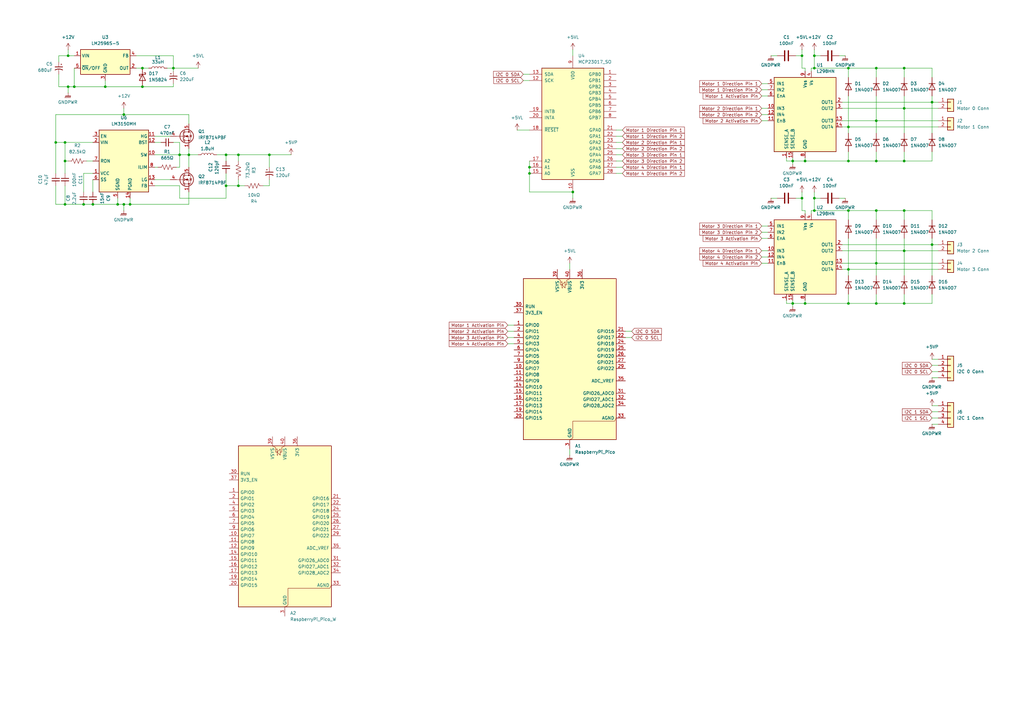
<source format=kicad_sch>
(kicad_sch (version 20250114) (generator "eeschema") (generator_version "9.0")
  (paper "A3")
  (junction (at 27.94 22.86))
  (junction (at 26.67 66.04))
  (junction (at 334.01 86.36))
  (junction (at 234.95 78.74))
  (junction (at 30.48 35.56))
  (junction (at 370.84 44.45))
  (junction (at 50.8 83.82))
  (junction (at 359.41 27.94))
  (junction (at 38.1 83.82))
  (junction (at 48.26 83.82))
  (junction (at 370.84 66.04))
  (junction (at 328.93 81.28))
  (junction (at 217.17 71.12))
  (junction (at 370.84 124.46))
  (junction (at 26.67 58.42))
  (junction (at 71.12 27.94))
  (junction (at 34.29 83.82))
  (junction (at 382.27 100.33))
  (junction (at 325.12 66.04))
  (junction (at 359.41 49.53))
  (junction (at 110.49 63.5))
  (junction (at 53.34 83.82))
  (junction (at 73.66 63.5))
  (junction (at 58.42 27.94))
  (junction (at 347.98 27.94))
  (junction (at 330.2 66.04))
  (junction (at 217.17 68.58))
  (junction (at 334.01 22.86))
  (junction (at 77.47 63.5))
  (junction (at 43.18 35.56))
  (junction (at 97.79 76.2))
  (junction (at 347.98 52.07))
  (junction (at 334.01 81.28))
  (junction (at 50.8 46.99))
  (junction (at 359.41 124.46))
  (junction (at 347.98 110.49))
  (junction (at 359.41 107.95))
  (junction (at 334.01 27.94))
  (junction (at 92.71 63.5))
  (junction (at 347.98 66.04))
  (junction (at 22.86 58.42))
  (junction (at 347.98 86.36))
  (junction (at 347.98 124.46))
  (junction (at 370.84 86.36))
  (junction (at 26.67 83.82))
  (junction (at 359.41 66.04))
  (junction (at 382.27 41.91))
  (junction (at 325.12 124.46))
  (junction (at 370.84 102.87))
  (junction (at 330.2 124.46))
  (junction (at 370.84 27.94))
  (junction (at 97.79 63.5))
  (junction (at 92.71 76.2))
  (junction (at 58.42 35.56))
  (junction (at 27.94 35.56))
  (junction (at 328.93 22.86))
  (junction (at 359.41 86.36))
  (wire (pts (xy 217.17 66.04) (xy 217.17 68.58)))
  (wire (pts (xy 347.98 66.04) (xy 359.41 66.04)))
  (wire (pts (xy 359.41 107.95) (xy 359.41 113.03)))
  (wire (pts (xy 77.47 60.96) (xy 77.47 63.5)))
  (wire (pts (xy 370.84 62.23) (xy 370.84 66.04)))
  (wire (pts (xy 326.39 81.28) (xy 328.93 81.28)))
  (wire (pts (xy 332.74 86.36) (xy 334.01 86.36)))
  (wire (pts (xy 214.63 30.48) (xy 217.17 30.48)))
  (wire (pts (xy 312.42 49.53) (xy 314.96 49.53)))
  (wire (pts (xy 26.67 66.04) (xy 27.94 66.04)))
  (wire (pts (xy 359.41 124.46) (xy 370.84 124.46)))
  (wire (pts (xy 255.27 63.5) (xy 252.73 63.5)))
  (wire (pts (xy 72.39 68.58) (xy 73.66 68.58)))
  (wire (pts (xy 312.42 105.41) (xy 314.96 105.41)))
  (wire (pts (xy 384.81 152.4) (xy 382.27 152.4)))
  (wire (pts (xy 316.23 22.86) (xy 318.77 22.86)))
  (wire (pts (xy 384.81 149.86) (xy 382.27 149.86)))
  (wire (pts (xy 370.84 124.46) (xy 382.27 124.46)))
  (wire (pts (xy 370.84 66.04) (xy 382.27 66.04)))
  (wire (pts (xy 63.5 58.42) (xy 66.04 58.42)))
  (wire (pts (xy 22.86 76.2) (xy 22.86 83.82)))
  (wire (pts (xy 24.13 22.86) (xy 24.13 25.4)))
  (wire (pts (xy 359.41 62.23) (xy 359.41 66.04)))
  (wire (pts (xy 233.68 184.15) (xy 233.68 186.69)))
  (wire (pts (xy 325.12 64.77) (xy 325.12 66.04)))
  (wire (pts (xy 328.93 78.74) (xy 328.93 81.28)))
  (wire (pts (xy 345.44 110.49) (xy 347.98 110.49)))
  (wire (pts (xy 208.28 135.89) (xy 210.82 135.89)))
  (wire (pts (xy 359.41 66.04) (xy 370.84 66.04)))
  (wire (pts (xy 370.84 86.36) (xy 370.84 90.17)))
  (wire (pts (xy 330.2 27.94) (xy 330.2 29.21)))
  (wire (pts (xy 212.09 53.34) (xy 217.17 53.34)))
  (wire (pts (xy 110.49 68.58) (xy 110.49 63.5)))
  (wire (pts (xy 255.27 66.04) (xy 252.73 66.04)))
  (wire (pts (xy 110.49 76.2) (xy 107.95 76.2)))
  (wire (pts (xy 73.66 63.5) (xy 73.66 68.58)))
  (wire (pts (xy 359.41 49.53) (xy 384.81 49.53)))
  (wire (pts (xy 77.47 63.5) (xy 81.28 63.5)))
  (wire (pts (xy 334.01 86.36) (xy 347.98 86.36)))
  (wire (pts (xy 334.01 81.28) (xy 336.55 81.28)))
  (wire (pts (xy 322.58 123.19) (xy 322.58 124.46)))
  (wire (pts (xy 316.23 81.28) (xy 318.77 81.28)))
  (wire (pts (xy 330.2 86.36) (xy 328.93 86.36)))
  (wire (pts (xy 344.17 81.28) (xy 346.71 81.28)))
  (wire (pts (xy 382.27 120.65) (xy 382.27 124.46)))
  (wire (pts (xy 233.68 107.95) (xy 233.68 110.49)))
  (wire (pts (xy 370.84 27.94) (xy 370.84 31.75)))
  (wire (pts (xy 345.44 41.91) (xy 382.27 41.91)))
  (wire (pts (xy 55.88 27.94) (xy 58.42 27.94)))
  (wire (pts (xy 50.8 46.99) (xy 22.86 46.99)))
  (wire (pts (xy 312.42 36.83) (xy 314.96 36.83)))
  (wire (pts (xy 345.44 102.87) (xy 370.84 102.87)))
  (wire (pts (xy 38.1 83.82) (xy 48.26 83.82)))
  (wire (pts (xy 330.2 87.63) (xy 330.2 86.36)))
  (wire (pts (xy 88.9 63.5) (xy 92.71 63.5)))
  (wire (pts (xy 347.98 39.37) (xy 347.98 52.07)))
  (wire (pts (xy 234.95 20.32) (xy 234.95 22.86)))
  (wire (pts (xy 73.66 63.5) (xy 77.47 63.5)))
  (wire (pts (xy 77.47 63.5) (xy 77.47 68.58)))
  (wire (pts (xy 312.42 97.79) (xy 314.96 97.79)))
  (wire (pts (xy 110.49 73.66) (xy 110.49 76.2)))
  (wire (pts (xy 73.66 76.2) (xy 63.5 76.2)))
  (wire (pts (xy 330.2 124.46) (xy 347.98 124.46)))
  (wire (pts (xy 334.01 22.86) (xy 334.01 27.94)))
  (wire (pts (xy 370.84 102.87) (xy 384.81 102.87)))
  (wire (pts (xy 359.41 107.95) (xy 384.81 107.95)))
  (wire (pts (xy 345.44 49.53) (xy 359.41 49.53)))
  (wire (pts (xy 55.88 22.86) (xy 71.12 22.86)))
  (wire (pts (xy 328.93 22.86) (xy 328.93 27.94)))
  (wire (pts (xy 255.27 68.58) (xy 252.73 68.58)))
  (wire (pts (xy 345.44 100.33) (xy 382.27 100.33)))
  (wire (pts (xy 347.98 97.79) (xy 347.98 110.49)))
  (wire (pts (xy 22.86 71.12) (xy 22.86 58.42)))
  (wire (pts (xy 30.48 22.86) (xy 27.94 22.86)))
  (wire (pts (xy 77.47 83.82) (xy 53.34 83.82)))
  (wire (pts (xy 97.79 76.2) (xy 100.33 76.2)))
  (wire (pts (xy 325.12 124.46) (xy 325.12 125.73)))
  (wire (pts (xy 322.58 64.77) (xy 322.58 66.04)))
  (wire (pts (xy 334.01 20.32) (xy 334.01 22.86)))
  (wire (pts (xy 359.41 27.94) (xy 359.41 31.75)))
  (wire (pts (xy 359.41 90.17) (xy 359.41 86.36)))
  (wire (pts (xy 330.2 124.46) (xy 325.12 124.46)))
  (wire (pts (xy 382.27 100.33) (xy 382.27 113.03)))
  (wire (pts (xy 38.1 73.66) (xy 38.1 78.74)))
  (wire (pts (xy 334.01 27.94) (xy 347.98 27.94)))
  (wire (pts (xy 255.27 58.42) (xy 252.73 58.42)))
  (wire (pts (xy 71.12 22.86) (xy 71.12 27.94)))
  (wire (pts (xy 370.84 44.45) (xy 384.81 44.45)))
  (wire (pts (xy 312.42 95.25) (xy 314.96 95.25)))
  (wire (pts (xy 77.47 78.74) (xy 77.47 83.82)))
  (wire (pts (xy 382.27 100.33) (xy 384.81 100.33)))
  (wire (pts (xy 27.94 35.56) (xy 30.48 35.56)))
  (wire (pts (xy 71.12 27.94) (xy 81.28 27.94)))
  (wire (pts (xy 312.42 46.99) (xy 314.96 46.99)))
  (wire (pts (xy 370.84 44.45) (xy 370.84 54.61)))
  (wire (pts (xy 347.98 110.49) (xy 347.98 113.03)))
  (wire (pts (xy 382.27 173.99) (xy 384.81 173.99)))
  (wire (pts (xy 22.86 46.99) (xy 22.86 58.42)))
  (wire (pts (xy 382.27 31.75) (xy 382.27 27.94)))
  (wire (pts (xy 43.18 35.56) (xy 30.48 35.56)))
  (wire (pts (xy 382.27 86.36) (xy 370.84 86.36)))
  (wire (pts (xy 77.47 50.8) (xy 77.47 46.99)))
  (wire (pts (xy 255.27 55.88) (xy 252.73 55.88)))
  (wire (pts (xy 255.27 53.34) (xy 252.73 53.34)))
  (wire (pts (xy 255.27 71.12) (xy 252.73 71.12)))
  (wire (pts (xy 58.42 35.56) (xy 71.12 35.56)))
  (wire (pts (xy 347.98 90.17) (xy 347.98 86.36)))
  (wire (pts (xy 234.95 78.74) (xy 234.95 81.28)))
  (wire (pts (xy 370.84 86.36) (xy 359.41 86.36)))
  (wire (pts (xy 22.86 58.42) (xy 26.67 58.42)))
  (wire (pts (xy 347.98 27.94) (xy 359.41 27.94)))
  (wire (pts (xy 347.98 62.23) (xy 347.98 66.04)))
  (wire (pts (xy 384.81 171.45) (xy 382.27 171.45)))
  (wire (pts (xy 217.17 71.12) (xy 217.17 78.74)))
  (wire (pts (xy 92.71 63.5) (xy 92.71 66.04)))
  (wire (pts (xy 110.49 63.5) (xy 119.38 63.5)))
  (wire (pts (xy 359.41 86.36) (xy 347.98 86.36)))
  (wire (pts (xy 71.12 34.29) (xy 71.12 35.56)))
  (wire (pts (xy 77.47 46.99) (xy 50.8 46.99)))
  (wire (pts (xy 334.01 78.74) (xy 334.01 81.28)))
  (wire (pts (xy 359.41 39.37) (xy 359.41 49.53)))
  (wire (pts (xy 312.42 39.37) (xy 314.96 39.37)))
  (wire (pts (xy 312.42 44.45) (xy 314.96 44.45)))
  (wire (pts (xy 208.28 138.43) (xy 210.82 138.43)))
  (wire (pts (xy 217.17 68.58) (xy 217.17 71.12)))
  (wire (pts (xy 359.41 120.65) (xy 359.41 124.46)))
  (wire (pts (xy 345.44 52.07) (xy 347.98 52.07)))
  (wire (pts (xy 382.27 97.79) (xy 382.27 100.33)))
  (wire (pts (xy 322.58 66.04) (xy 325.12 66.04)))
  (wire (pts (xy 328.93 27.94) (xy 330.2 27.94)))
  (wire (pts (xy 312.42 107.95) (xy 314.96 107.95)))
  (wire (pts (xy 334.01 81.28) (xy 334.01 86.36)))
  (wire (pts (xy 27.94 35.56) (xy 27.94 38.1)))
  (wire (pts (xy 92.71 63.5) (xy 97.79 63.5)))
  (wire (pts (xy 30.48 27.94) (xy 30.48 35.56)))
  (wire (pts (xy 328.93 20.32) (xy 328.93 22.86)))
  (wire (pts (xy 359.41 27.94) (xy 370.84 27.94)))
  (wire (pts (xy 312.42 92.71) (xy 314.96 92.71)))
  (wire (pts (xy 58.42 27.94) (xy 60.96 27.94)))
  (wire (pts (xy 92.71 81.28) (xy 92.71 76.2)))
  (wire (pts (xy 382.27 41.91) (xy 382.27 54.61)))
  (wire (pts (xy 73.66 76.2) (xy 73.66 81.28)))
  (wire (pts (xy 34.29 71.12) (xy 38.1 71.12)))
  (wire (pts (xy 334.01 27.94) (xy 332.74 27.94)))
  (wire (pts (xy 35.56 66.04) (xy 38.1 66.04)))
  (wire (pts (xy 359.41 97.79) (xy 359.41 107.95)))
  (wire (pts (xy 26.67 83.82) (xy 34.29 83.82)))
  (wire (pts (xy 370.84 97.79) (xy 370.84 102.87)))
  (wire (pts (xy 92.71 76.2) (xy 97.79 76.2)))
  (wire (pts (xy 344.17 22.86) (xy 346.71 22.86)))
  (wire (pts (xy 370.84 120.65) (xy 370.84 124.46)))
  (wire (pts (xy 312.42 102.87) (xy 314.96 102.87)))
  (wire (pts (xy 48.26 81.28) (xy 48.26 83.82)))
  (wire (pts (xy 382.27 147.32) (xy 384.81 147.32)))
  (wire (pts (xy 50.8 83.82) (xy 53.34 83.82)))
  (wire (pts (xy 71.12 27.94) (xy 71.12 29.21)))
  (wire (pts (xy 217.17 78.74) (xy 234.95 78.74)))
  (wire (pts (xy 345.44 44.45) (xy 370.84 44.45)))
  (wire (pts (xy 332.74 27.94) (xy 332.74 29.21)))
  (wire (pts (xy 43.18 35.56) (xy 43.18 33.02)))
  (wire (pts (xy 24.13 35.56) (xy 27.94 35.56)))
  (wire (pts (xy 370.84 102.87) (xy 370.84 113.03)))
  (wire (pts (xy 214.63 33.02) (xy 217.17 33.02)))
  (wire (pts (xy 382.27 90.17) (xy 382.27 86.36)))
  (wire (pts (xy 34.29 78.74) (xy 34.29 71.12)))
  (wire (pts (xy 326.39 22.86) (xy 328.93 22.86)))
  (wire (pts (xy 332.74 87.63) (xy 332.74 86.36)))
  (wire (pts (xy 330.2 64.77) (xy 330.2 66.04)))
  (wire (pts (xy 24.13 30.48) (xy 24.13 35.56)))
  (wire (pts (xy 382.27 166.37) (xy 384.81 166.37)))
  (wire (pts (xy 328.93 81.28) (xy 328.93 86.36)))
  (wire (pts (xy 347.98 110.49) (xy 384.81 110.49)))
  (wire (pts (xy 347.98 52.07) (xy 347.98 54.61)))
  (wire (pts (xy 347.98 52.07) (xy 384.81 52.07)))
  (wire (pts (xy 325.12 66.04) (xy 330.2 66.04)))
  (wire (pts (xy 24.13 22.86) (xy 27.94 22.86)))
  (wire (pts (xy 97.79 76.2) (xy 97.79 73.66)))
  (wire (pts (xy 92.71 71.12) (xy 92.71 76.2)))
  (wire (pts (xy 325.12 66.04) (xy 325.12 67.31)))
  (wire (pts (xy 256.54 135.89) (xy 259.08 135.89)))
  (wire (pts (xy 384.81 168.91) (xy 382.27 168.91)))
  (wire (pts (xy 73.66 58.42) (xy 73.66 63.5)))
  (wire (pts (xy 256.54 138.43) (xy 259.08 138.43)))
  (wire (pts (xy 312.42 34.29) (xy 314.96 34.29)))
  (wire (pts (xy 208.28 140.97) (xy 210.82 140.97)))
  (wire (pts (xy 325.12 124.46) (xy 325.12 123.19)))
  (wire (pts (xy 382.27 62.23) (xy 382.27 66.04)))
  (wire (pts (xy 347.98 66.04) (xy 330.2 66.04)))
  (wire (pts (xy 382.27 39.37) (xy 382.27 41.91)))
  (wire (pts (xy 26.67 58.42) (xy 38.1 58.42)))
  (wire (pts (xy 345.44 107.95) (xy 359.41 107.95)))
  (wire (pts (xy 382.27 41.91) (xy 384.81 41.91)))
  (wire (pts (xy 50.8 44.45) (xy 50.8 46.99)))
  (wire (pts (xy 208.28 133.35) (xy 210.82 133.35)))
  (wire (pts (xy 50.8 83.82) (xy 50.8 86.36)))
  (wire (pts (xy 63.5 63.5) (xy 73.66 63.5)))
  (wire (pts (xy 22.86 83.82) (xy 26.67 83.82)))
  (wire (pts (xy 48.26 83.82) (xy 50.8 83.82)))
  (wire (pts (xy 382.27 154.94) (xy 384.81 154.94)))
  (wire (pts (xy 255.27 60.96) (xy 252.73 60.96)))
  (wire (pts (xy 330.2 123.19) (xy 330.2 124.46)))
  (wire (pts (xy 27.94 22.86) (xy 27.94 20.32)))
  (wire (pts (xy 347.98 120.65) (xy 347.98 124.46)))
  (wire (pts (xy 53.34 81.28) (xy 53.34 83.82)))
  (wire (pts (xy 71.12 58.42) (xy 73.66 58.42)))
  (wire (pts (xy 347.98 27.94) (xy 347.98 31.75)))
  (wire (pts (xy 334.01 22.86) (xy 336.55 22.86)))
  (wire (pts (xy 43.18 35.56) (xy 58.42 35.56)))
  (wire (pts (xy 73.66 81.28) (xy 92.71 81.28)))
  (wire (pts (xy 370.84 27.94) (xy 382.27 27.94)))
  (wire (pts (xy 63.5 68.58) (xy 64.77 68.58)))
  (wire (pts (xy 26.67 66.04) (xy 26.67 71.12)))
  (wire (pts (xy 34.29 83.82) (xy 38.1 83.82)))
  (wire (pts (xy 347.98 124.46) (xy 359.41 124.46)))
  (wire (pts (xy 97.79 66.04) (xy 97.79 63.5)))
  (wire (pts (xy 71.12 27.94) (xy 68.58 27.94)))
  (wire (pts (xy 26.67 58.42) (xy 26.67 66.04)))
  (wire (pts (xy 63.5 55.88) (xy 69.85 55.88)))
  (wire (pts (xy 26.67 76.2) (xy 26.67 83.82)))
  (wire (pts (xy 370.84 39.37) (xy 370.84 44.45)))
  (wire (pts (xy 322.58 124.46) (xy 325.12 124.46)))
  (wire (pts (xy 63.5 73.66) (xy 69.85 73.66)))
  (wire (pts (xy 359.41 49.53) (xy 359.41 54.61)))
  (wire (pts (xy 97.79 63.5) (xy 110.49 63.5)))
  (global_label "Motor 4 Activation Pin" (shape input) (at 208.28 140.97 180) (property "Intersheetrefs" "${INTERSHEET_REFS}" (effects (hide yes))))
  (global_label "Motor 3 Activation Pin" (shape input) (at 208.28 138.43 180) (property "Intersheetrefs" "${INTERSHEET_REFS}" (effects (hide yes))))
  (global_label "Motor 1 Direction Pin 2" (shape input) (at 255.27 55.88 0) (property "Intersheetrefs" "${INTERSHEET_REFS}" (effects (hide yes))))
  (global_label "Motor 2 Activation Pin" (shape input) (at 312.42 49.53 180) (property "Intersheetrefs" "${INTERSHEET_REFS}" (effects (hide yes))))
  (global_label "I2C 0 SDA" (shape input) (at 214.63 30.48 180) (property "Intersheetrefs" "${INTERSHEET_REFS}" (effects (hide yes))))
  (global_label "Motor 3 Direction Pin 2" (shape input) (at 255.27 66.04 0) (property "Intersheetrefs" "${INTERSHEET_REFS}" (effects (hide yes))))
  (global_label "I2C 1 SCL" (shape input) (at 382.27 171.45 180) (property "Intersheetrefs" "${INTERSHEET_REFS}" (effects (hide yes))))
  (global_label "Motor 3 Activation Pin" (shape input) (at 312.42 97.79 180) (property "Intersheetrefs" "${INTERSHEET_REFS}" (effects (hide yes))))
  (global_label "Motor 1 Activation Pin" (shape input) (at 312.42 39.37 180) (property "Intersheetrefs" "${INTERSHEET_REFS}" (effects (hide yes))))
  (global_label "I2C 0 SCL" (shape input) (at 259.08 138.43 0) (property "Intersheetrefs" "${INTERSHEET_REFS}" (effects (hide yes))))
  (global_label "Motor 2 Direction Pin 1" (shape input) (at 312.42 44.45 180) (property "Intersheetrefs" "${INTERSHEET_REFS}" (effects (hide yes))))
  (global_label "I2C 1 SDA" (shape input) (at 382.27 168.91 180) (property "Intersheetrefs" "${INTERSHEET_REFS}" (effects (hide yes))))
  (global_label "Motor 3 Direction Pin 2" (shape input) (at 312.42 95.25 180) (property "Intersheetrefs" "${INTERSHEET_REFS}" (effects (hide yes))))
  (global_label "Motor 1 Activation Pin" (shape input) (at 208.28 133.35 180) (property "Intersheetrefs" "${INTERSHEET_REFS}" (effects (hide yes))))
  (global_label "Motor 1 Direction Pin 2" (shape input) (at 312.42 36.83 180) (property "Intersheetrefs" "${INTERSHEET_REFS}" (effects (hide yes))))
  (global_label "Motor 2 Direction Pin 2" (shape input) (at 312.42 46.99 180) (property "Intersheetrefs" "${INTERSHEET_REFS}" (effects (hide yes))))
  (global_label "I2C 0 SCL" (shape input) (at 382.27 152.4 180) (property "Intersheetrefs" "${INTERSHEET_REFS}" (effects (hide yes))))
  (global_label "Motor 4 Direction Pin 2" (shape input) (at 312.42 105.41 180) (property "Intersheetrefs" "${INTERSHEET_REFS}" (effects (hide yes))))
  (global_label "Motor 4 Activation Pin" (shape input) (at 312.42 107.95 180) (property "Intersheetrefs" "${INTERSHEET_REFS}" (effects (hide yes))))
  (global_label "Motor 4 Direction Pin 1" (shape input) (at 312.42 102.87 180) (property "Intersheetrefs" "${INTERSHEET_REFS}" (effects (hide yes))))
  (global_label "I2C 0 SCL" (shape input) (at 214.63 33.02 180) (property "Intersheetrefs" "${INTERSHEET_REFS}" (effects (hide yes))))
  (global_label "I2C 0 SDA" (shape input) (at 259.08 135.89 0) (property "Intersheetrefs" "${INTERSHEET_REFS}" (effects (hide yes))))
  (global_label "Motor 2 Activation Pin" (shape input) (at 208.28 135.89 180) (property "Intersheetrefs" "${INTERSHEET_REFS}" (effects (hide yes))))
  (global_label "Motor 4 Direction Pin 2" (shape input) (at 255.27 71.12 0) (property "Intersheetrefs" "${INTERSHEET_REFS}" (effects (hide yes))))
  (global_label "I2C 0 SDA" (shape input) (at 382.27 149.86 180) (property "Intersheetrefs" "${INTERSHEET_REFS}" (effects (hide yes))))
  (global_label "Motor 1 Direction Pin 1" (shape input) (at 312.42 34.29 180) (property "Intersheetrefs" "${INTERSHEET_REFS}" (effects (hide yes))))
  (global_label "Motor 3 Direction Pin 1" (shape input) (at 255.27 63.5 0) (property "Intersheetrefs" "${INTERSHEET_REFS}" (effects (hide yes))))
  (global_label "Motor 2 Direction Pin 1" (shape input) (at 255.27 58.42 0) (property "Intersheetrefs" "${INTERSHEET_REFS}" (effects (hide yes))))
  (global_label "Motor 2 Direction Pin 2" (shape input) (at 255.27 60.96 0) (property "Intersheetrefs" "${INTERSHEET_REFS}" (effects (hide yes))))
  (global_label "Motor 1 Direction Pin 1" (shape input) (at 255.27 53.34 0) (property "Intersheetrefs" "${INTERSHEET_REFS}" (effects (hide yes))))
  (global_label "Motor 3 Direction Pin 1" (shape input) (at 312.42 92.71 180) (property "Intersheetrefs" "${INTERSHEET_REFS}" (effects (hide yes))))
  (global_label "Motor 4 Direction Pin 1" (shape input) (at 255.27 68.58 0) (property "Intersheetrefs" "${INTERSHEET_REFS}" (effects (hide yes))))
  (symbol (lib_id "power:GNDPWR") (at 27.94 38.1 0) (unit 1)
    (property "Reference" "#PWR014" (effects (hide yes)))
    (property "Value" "GNDPWR" (at 27.813 41.91 0))
    (property "Description" "Power symbol creates a global label with name \"GNDPWR\" , global ground" (effects (hide yes)))
  )
  (symbol (lib_id "Connector_Generic:Conn_01x02") (at 389.89 41.91 0) (unit 1)
    (property "Reference" "J1" (at 392.43 41.9099 0) (effects (justify left)))
    (property "Value" "Motor 0 Conn" (at 392.43 44.4499 0) (effects (justify left)))
    (property "Description" "Generic connector, single row, 01x02, script generated (kicad-library-utils/schlib/autogen/connector/)" (effects (hide yes)))
  )
  (symbol (lib_id "Diode:1N4007") (at 347.98 35.56 270) (unit 1)
    (property "Reference" "D1" (at 350.52 34.2899 90) (effects (justify left)))
    (property "Value" "1N4007" (at 350.52 36.8299 90) (effects (justify left)))
    (property "Footprint" "Diode_THT:D_DO-41_SOD81_P10.16mm_Horizontal" (effects (hide yes)))
    (property "Datasheet" "http://www.vishay.com/docs/88503/1n4001.pdf" (effects (hide yes)))
    (property "Description" "1000V 1A General Purpose Rectifier Diode, DO-41" (effects (hide yes)))
    (property "Sim.Device" "D" (effects (hide yes)))
    (property "Sim.Pins" "1=K 2=A" (effects (hide yes)))
  )
  (symbol (lib_id "Driver_Motor:L298HN") (at 330.2 46.99 0) (unit 1)
    (property "Reference" "U1" (at 334.8833 26.67 0) (effects (justify left)))
    (property "Value" "L298HN" (at 334.8833 29.21 0) (effects (justify left)))
    (property "Footprint" "Package_TO_SOT_THT:TO-220-15_P2.54x2.54mm_StaggerOdd_Lead5.84mm_TabDown" (effects (hide yes)))
    (property "Datasheet" "http://www.st.com/st-web-ui/static/active/en/resource/technical/document/datasheet/CD00000240.pdf" (effects (hide yes)))
    (property "Description" "Dual full bridge motor driver, up to 46V, 4A, Multiwatt15-H" (effects (hide yes)))
  )
  (symbol (lib_id "Diode:1N4007") (at 347.98 116.84 270) (unit 1)
    (property "Reference" "D13" (at 350.52 115.5699 90) (effects (justify left)))
    (property "Value" "1N4007" (at 350.52 118.1099 90) (effects (justify left)))
    (property "Footprint" "Diode_THT:D_DO-41_SOD81_P10.16mm_Horizontal" (effects (hide yes)))
    (property "Datasheet" "http://www.vishay.com/docs/88503/1n4001.pdf" (effects (hide yes)))
    (property "Description" "1000V 1A General Purpose Rectifier Diode, DO-41" (effects (hide yes)))
    (property "Sim.Device" "D" (effects (hide yes)))
    (property "Sim.Pins" "1=K 2=A" (effects (hide yes)))
  )
  (symbol (lib_id "Connector_Generic:Conn_01x04") (at 389.89 168.91 0) (unit 1)
    (property "Reference" "J6" (at 392.43 168.9099 0) (effects (justify left)))
    (property "Value" "I2C 1 Conn" (at 392.43 171.4499 0) (effects (justify left)))
    (property "Description" "Generic connector, single row, 01x04, script generated (kicad-library-utils/schlib/autogen/connector/)" (effects (hide yes)))
  )
  (symbol (lib_id "power:+12V") (at 334.01 20.32 0) (unit 1)
    (property "Reference" "#PWR04" (effects (hide yes)))
    (property "Value" "+12V" (at 334.01 15.24 0))
    (property "Description" "Power symbol creates a global label with name \"+12V\"" (effects (hide yes)))
  )
  (symbol (lib_id "power:+5VP") (at 382.27 147.32 0) (unit 1)
    (property "Reference" "#PWR021" (effects (hide yes)))
    (property "Value" "+5VP" (at 382.27 142.24 0))
    (property "Description" "Power symbol creates a global label with name \"+5VP\"" (effects (hide yes)))
  )
  (symbol (lib_id "power:GNDPWR") (at 346.71 81.28 0) (unit 1)
    (property "Reference" "#PWR010" (effects (hide yes)))
    (property "Value" "GNDPWR" (at 346.583 85.09 0))
    (property "Description" "Power symbol creates a global label with name \"GNDPWR\" , global ground" (effects (hide yes)))
  )
  (symbol (lib_id "Transistor_FET:IRF8721PBF-1") (at 74.93 73.66 0) (unit 1)
    (property "Reference" "Q2" (at 81.28 72.3899 0) (effects (justify left)))
    (property "Value" "IRF8714PBF" (at 81.28 74.9299 0) (effects (justify left)))
    (property "Footprint" "Package_SO:SOIC-8_3.9x4.9mm_P1.27mm" (effects (hide yes)))
    (property "Datasheet" "http://www.irf.com/product-info/datasheets/data/irf8721pbf-1.pdf" (effects (hide yes)))
    (property "Description" "14A Id, 30V Vds, HEXFET N-Channel MOSFET, SO-8" (effects (hide yes)))
  )
  (symbol (lib_id "power:GNDPWR") (at 382.27 173.99 0) (unit 1)
    (property "Reference" "#PWR024" (effects (hide yes)))
    (property "Value" "GNDPWR" (at 382.143 177.8 0))
    (property "Description" "Power symbol creates a global label with name \"GNDPWR\" , global ground" (effects (hide yes)))
  )
  (symbol (lib_id "power:GNDPWR") (at 316.23 22.86 0) (unit 1)
    (property "Reference" "#PWR08" (effects (hide yes)))
    (property "Value" "GNDPWR" (at 316.103 26.67 0))
    (property "Description" "Power symbol creates a global label with name \"GNDPWR\" , global ground" (effects (hide yes)))
  )
  (symbol (lib_id "Regulator_Switching:LM3150MH") (at 50.8 66.04 0) (unit 1)
    (property "Reference" "U6" (at 50.8 48.26 0))
    (property "Value" "LM3150MH" (at 50.8 50.8 0))
    (property "Footprint" "Package_SO:HTSSOP-14-1EP_4.4x5mm_P0.65mm_EP3.4x5mm_Mask3x3.1mm" (effects (hide yes)))
    (property "Datasheet" "http://www.ti.com/lit/ds/symlink/lm3150.pdf" (effects (hide yes)))
    (property "Description" "42V Wide Vin synchronous Buck controller, HTSSOP-14" (effects (hide yes)))
  )
  (symbol (lib_id "Connector_Generic:Conn_01x02") (at 389.89 100.33 0) (unit 1)
    (property "Reference" "J3" (at 392.43 100.3299 0) (effects (justify left)))
    (property "Value" "Motor 2 Conn" (at 392.43 102.8699 0) (effects (justify left)))
    (property "Description" "Generic connector, single row, 01x02, script generated (kicad-library-utils/schlib/autogen/connector/)" (effects (hide yes)))
  )
  (symbol (lib_id "Diode:1N4007") (at 359.41 58.42 270) (unit 1)
    (property "Reference" "D6" (at 361.95 57.1499 90) (effects (justify left)))
    (property "Value" "1N4007" (at 361.95 59.6899 90) (effects (justify left)))
    (property "Footprint" "Diode_THT:D_DO-41_SOD81_P10.16mm_Horizontal" (effects (hide yes)))
    (property "Datasheet" "http://www.vishay.com/docs/88503/1n4001.pdf" (effects (hide yes)))
    (property "Description" "1000V 1A General Purpose Rectifier Diode, DO-41" (effects (hide yes)))
    (property "Sim.Device" "D" (effects (hide yes)))
    (property "Sim.Pins" "1=K 2=A" (effects (hide yes)))
  )
  (symbol (lib_id "Regulator_Switching:LM2596S-5") (at 43.18 25.4 0) (unit 1)
    (property "Reference" "U3" (at 43.18 15.24 0))
    (property "Value" "LM2596S-5" (at 43.18 17.78 0))
    (property "Footprint" "Package_TO_SOT_SMD:TO-263-5_TabPin3" (effects (hide yes)))
    (property "Datasheet" "http://www.ti.com/lit/ds/symlink/lm2596.pdf" (effects (hide yes)))
    (property "Description" "5V 3A Step-Down Voltage Regulator, TO-263" (effects (hide yes)))
  )
  (symbol (lib_id "Diode:1N4007") (at 382.27 116.84 270) (unit 1)
    (property "Reference" "D16" (at 384.81 115.5699 90) (effects (justify left)))
    (property "Value" "1N4007" (at 384.81 118.1099 90) (effects (justify left)))
    (property "Footprint" "Diode_THT:D_DO-41_SOD81_P10.16mm_Horizontal" (effects (hide yes)))
    (property "Datasheet" "http://www.vishay.com/docs/88503/1n4001.pdf" (effects (hide yes)))
    (property "Description" "1000V 1A General Purpose Rectifier Diode, DO-41" (effects (hide yes)))
    (property "Sim.Device" "D" (effects (hide yes)))
    (property "Sim.Pins" "1=K 2=A" (effects (hide yes)))
  )
  (symbol (lib_id "Transistor_FET:IRF8721PBF-1") (at 74.93 55.88 0) (unit 1)
    (property "Reference" "Q1" (at 81.28 54.6099 0) (effects (justify left bottom)))
    (property "Value" "IRF8714PBF" (at 81.28 57.1499 0) (effects (justify left bottom)))
    (property "Footprint" "Package_SO:SOIC-8_3.9x4.9mm_P1.27mm" (effects (hide yes)))
    (property "Datasheet" "http://www.irf.com/product-info/datasheets/data/irf8721pbf-1.pdf" (effects (hide yes)))
    (property "Description" "14A Id, 30V Vds, HEXFET N-Channel MOSFET, SO-8" (effects (hide yes)))
  )
  (symbol (lib_id "Device:C_Polarized_Small_US") (at 24.13 27.94 0) (mirror y) (unit 1)
    (property "Reference" "C5" (at 21.59 26.2381 0) (effects (justify left)))
    (property "Value" "680uF" (at 21.59 28.7781 0) (effects (justify left)))
    (property "Description" "Polarized capacitor, small US symbol" (effects (hide yes)))
  )
  (symbol (lib_id "power:GNDPWR") (at 234.95 81.28 0) (unit 1)
    (property "Reference" "#PWR017" (effects (hide yes)))
    (property "Value" "GNDPWR" (at 234.823 85.09 0))
    (property "Description" "Power symbol creates a global label with name \"GNDPWR\" , global ground" (effects (hide yes)))
  )
  (symbol (lib_id "power:+5VP") (at 81.28 27.94 0) (unit 1)
    (property "Reference" "#PWR011" (effects (hide yes)))
    (property "Value" "+5VL" (at 81.28 22.86 0))
    (property "Description" "Power symbol creates a global label with name \"+5VP\"" (effects (hide yes)))
  )
  (symbol (lib_id "Diode:1N5822") (at 58.42 31.75 270) (unit 1)
    (property "Reference" "D17" (at 60.96 30.1624 90) (effects (justify left)))
    (property "Value" "1N5824" (at 60.96 32.7024 90) (effects (justify left)))
    (property "Footprint" "Diode_THT:D_DO-201AD_P15.24mm_Horizontal" (effects (hide yes)))
    (property "Datasheet" "http://www.vishay.com/docs/88526/1n5820.pdf" (effects (hide yes)))
    (property "Description" "40V 3A Schottky Barrier Rectifier Diode, DO-201AD" (effects (hide yes)))
  )
  (symbol (lib_id "Device:C_Small") (at 38.1 81.28 0) (unit 1)
    (property "Reference" "C9" (at 44.45 81.2863 90))
    (property "Value" "15nF" (at 41.91 81.2863 90))
    (property "Description" "Unpolarized capacitor, small symbol" (effects (hide yes)))
  )
  (symbol (lib_id "Connector_Generic:Conn_01x04") (at 389.89 149.86 0) (unit 1)
    (property "Reference" "J5" (at 392.43 149.8599 0) (effects (justify left)))
    (property "Value" "I2C 0 Conn" (at 392.43 152.3999 0) (effects (justify left)))
    (property "Description" "Generic connector, single row, 01x04, script generated (kicad-library-utils/schlib/autogen/connector/)" (effects (hide yes)))
  )
  (symbol (lib_id "Device:R_US") (at 104.14 76.2 90) (mirror x) (unit 1)
    (property "Reference" "R4" (at 104.14 82.55 90))
    (property "Value" "10kΩ" (at 104.14 80.01 90))
    (property "Description" "Resistor, US symbol" (effects (hide yes)))
  )
  (symbol (lib_id "Device:L") (at 85.09 63.5 90) (unit 1)
    (property "Reference" "L2" (at 85.09 58.42 90))
    (property "Value" "1.8uH" (at 85.09 60.96 90))
    (property "Description" "Inductor" (effects (hide yes)))
  )
  (symbol (lib_id "power:GNDPWR") (at 233.68 186.69 0) (unit 1)
    (property "Reference" "#PWR012" (effects (hide yes)))
    (property "Value" "GNDPWR" (at 233.553 190.5 0))
    (property "Description" "Power symbol creates a global label with name \"GNDPWR\" , global ground" (effects (hide yes)))
  )
  (symbol (lib_id "Diode:1N4007") (at 347.98 93.98 270) (unit 1)
    (property "Reference" "D9" (at 350.52 92.7099 90) (effects (justify left)))
    (property "Value" "1N4007" (at 350.52 95.2499 90) (effects (justify left)))
    (property "Footprint" "Diode_THT:D_DO-41_SOD81_P10.16mm_Horizontal" (effects (hide yes)))
    (property "Datasheet" "http://www.vishay.com/docs/88503/1n4001.pdf" (effects (hide yes)))
    (property "Description" "1000V 1A General Purpose Rectifier Diode, DO-41" (effects (hide yes)))
    (property "Sim.Device" "D" (effects (hide yes)))
    (property "Sim.Pins" "1=K 2=A" (effects (hide yes)))
  )
  (symbol (lib_id "Diode:1N4007") (at 347.98 58.42 270) (unit 1)
    (property "Reference" "D5" (at 350.52 57.1499 90) (effects (justify left)))
    (property "Value" "1N4007" (at 350.52 59.6899 90) (effects (justify left)))
    (property "Footprint" "Diode_THT:D_DO-41_SOD81_P10.16mm_Horizontal" (effects (hide yes)))
    (property "Datasheet" "http://www.vishay.com/docs/88503/1n4001.pdf" (effects (hide yes)))
    (property "Description" "1000V 1A General Purpose Rectifier Diode, DO-41" (effects (hide yes)))
    (property "Sim.Device" "D" (effects (hide yes)))
    (property "Sim.Pins" "1=K 2=A" (effects (hide yes)))
  )
  (symbol (lib_id "Diode:1N4007") (at 359.41 93.98 270) (unit 1)
    (property "Reference" "D10" (at 361.95 92.7099 90) (effects (justify left)))
    (property "Value" "1N4007" (at 361.95 95.2499 90) (effects (justify left)))
    (property "Footprint" "Diode_THT:D_DO-41_SOD81_P10.16mm_Horizontal" (effects (hide yes)))
    (property "Datasheet" "http://www.vishay.com/docs/88503/1n4001.pdf" (effects (hide yes)))
    (property "Description" "1000V 1A General Purpose Rectifier Diode, DO-41" (effects (hide yes)))
    (property "Sim.Device" "D" (effects (hide yes)))
    (property "Sim.Pins" "1=K 2=A" (effects (hide yes)))
  )
  (symbol (lib_id "Diode:1N4007") (at 359.41 35.56 270) (unit 1)
    (property "Reference" "D2" (at 361.95 34.2899 90) (effects (justify left)))
    (property "Value" "1N4007" (at 361.95 36.8299 90) (effects (justify left)))
    (property "Footprint" "Diode_THT:D_DO-41_SOD81_P10.16mm_Horizontal" (effects (hide yes)))
    (property "Datasheet" "http://www.vishay.com/docs/88503/1n4001.pdf" (effects (hide yes)))
    (property "Description" "1000V 1A General Purpose Rectifier Diode, DO-41" (effects (hide yes)))
    (property "Sim.Device" "D" (effects (hide yes)))
    (property "Sim.Pins" "1=K 2=A" (effects (hide yes)))
  )
  (symbol (lib_id "Diode:1N4007") (at 359.41 116.84 270) (unit 1)
    (property "Reference" "D14" (at 361.95 115.5699 90) (effects (justify left)))
    (property "Value" "1N4007" (at 361.95 118.1099 90) (effects (justify left)))
    (property "Footprint" "Diode_THT:D_DO-41_SOD81_P10.16mm_Horizontal" (effects (hide yes)))
    (property "Datasheet" "http://www.vishay.com/docs/88503/1n4001.pdf" (effects (hide yes)))
    (property "Description" "1000V 1A General Purpose Rectifier Diode, DO-41" (effects (hide yes)))
    (property "Sim.Device" "D" (effects (hide yes)))
    (property "Sim.Pins" "1=K 2=A" (effects (hide yes)))
  )
  (symbol (lib_id "Interface_Expansion:MCP23017_SO") (at 234.95 50.8 0) (unit 1)
    (property "Reference" "U4" (at 237.0933 22.86 0) (effects (justify left)))
    (property "Value" "MCP23017_SO" (at 237.0933 25.4 0) (effects (justify left)))
    (property "Footprint" "Package_SO:SOIC-28W_7.5x17.9mm_P1.27mm" (effects (hide yes)))
    (property "Datasheet" "https://ww1.microchip.com/downloads/aemDocuments/documents/APID/ProductDocuments/DataSheets/MCP23017-Data-Sheet-DS20001952.pdf" (effects (hide yes)))
    (property "Description" "16-bit I/O expander, I2C, interrupts, w pull-ups, GPA/B7 output only (https://microchip.my.site.com/s/article/GPA7---GPB7-Cannot-Be-Used-as-Inputs-In-MCP23017),  SOIC-28" (effects (hide yes)))
  )
  (symbol (lib_id "Diode:1N4007") (at 370.84 116.84 270) (unit 1)
    (property "Reference" "D15" (at 373.38 115.5699 90) (effects (justify left)))
    (property "Value" "1N4007" (at 373.38 118.1099 90) (effects (justify left)))
    (property "Footprint" "Diode_THT:D_DO-41_SOD81_P10.16mm_Horizontal" (effects (hide yes)))
    (property "Datasheet" "http://www.vishay.com/docs/88503/1n4001.pdf" (effects (hide yes)))
    (property "Description" "1000V 1A General Purpose Rectifier Diode, DO-41" (effects (hide yes)))
    (property "Sim.Device" "D" (effects (hide yes)))
    (property "Sim.Pins" "1=K 2=A" (effects (hide yes)))
  )
  (symbol (lib_id "Device:R_US") (at 31.75 66.04 90) (unit 1)
    (property "Reference" "R2" (at 31.75 59.69 90))
    (property "Value" "82.5kΩ" (at 31.75 62.23 90))
    (property "Description" "Resistor, US symbol" (effects (hide yes)))
  )
  (symbol (lib_id "Device:C_Small") (at 34.29 81.28 0) (mirror y) (unit 1)
    (property "Reference" "C8" (at 27.94 81.2863 90))
    (property "Value" "2.2uF" (at 30.48 81.2863 90))
    (property "Description" "Unpolarized capacitor, small symbol" (effects (hide yes)))
  )
  (symbol (lib_id "power:GNDPWR") (at 325.12 67.31 0) (unit 1)
    (property "Reference" "#PWR02" (effects (hide yes)))
    (property "Value" "GNDPWR" (at 324.993 71.12 0))
    (property "Description" "Power symbol creates a global label with name \"GNDPWR\" , global ground" (effects (hide yes)))
  )
  (symbol (lib_id "power:+12V") (at 27.94 20.32 0) (unit 1)
    (property "Reference" "#PWR013" (effects (hide yes)))
    (property "Value" "+12V" (at 27.94 15.24 0))
    (property "Description" "Power symbol creates a global label with name \"+12V\"" (effects (hide yes)))
  )
  (symbol (lib_id "power:+5VL") (at 328.93 20.32 0) (unit 1)
    (property "Reference" "#PWR015" (effects (hide yes)))
    (property "Value" "+5VL" (at 328.93 15.24 0))
    (property "Description" "Power symbol creates a global label with name \"+5VL\"" (effects (hide yes)))
  )
  (symbol (lib_id "power:GNDPWR") (at 346.71 22.86 0) (unit 1)
    (property "Reference" "#PWR07" (effects (hide yes)))
    (property "Value" "GNDPWR" (at 346.583 26.67 0))
    (property "Description" "Power symbol creates a global label with name \"GNDPWR\" , global ground" (effects (hide yes)))
  )
  (symbol (lib_id "power:+5VP") (at 382.27 166.37 0) (unit 1)
    (property "Reference" "#PWR023" (effects (hide yes)))
    (property "Value" "+5VP" (at 382.27 161.29 0))
    (property "Description" "Power symbol creates a global label with name \"+5VP\"" (effects (hide yes)))
  )
  (symbol (lib_id "Driver_Motor:L298HN") (at 330.2 105.41 0) (unit 1)
    (property "Reference" "U2" (at 334.8833 85.09 0) (effects (justify left)))
    (property "Value" "L298HN" (at 334.8833 87.63 0) (effects (justify left)))
    (property "Footprint" "Package_TO_SOT_THT:TO-220-15_P2.54x2.54mm_StaggerOdd_Lead5.84mm_TabDown" (effects (hide yes)))
    (property "Datasheet" "http://www.st.com/st-web-ui/static/active/en/resource/technical/document/datasheet/CD00000240.pdf" (effects (hide yes)))
    (property "Description" "Dual full bridge motor driver, up to 46V, 4A, Multiwatt15-H" (effects (hide yes)))
  )
  (symbol (lib_id "Device:C_Polarized_Small_US") (at 110.49 71.12 0) (unit 1)
    (property "Reference" "C13" (at 113.03 69.4181 0) (effects (justify left)))
    (property "Value" "120uF" (at 113.03 71.9581 0) (effects (justify left)))
    (property "Description" "Polarized capacitor, small US symbol" (effects (hide yes)))
  )
  (symbol (lib_id "Connector_Generic:Conn_01x02") (at 389.89 49.53 0) (unit 1)
    (property "Reference" "J2" (at 392.43 49.5299 0) (effects (justify left)))
    (property "Value" "Motor 1 Conn" (at 392.43 52.0699 0) (effects (justify left)))
    (property "Description" "Generic connector, single row, 01x02, script generated (kicad-library-utils/schlib/autogen/connector/)" (effects (hide yes)))
  )
  (symbol (lib_id "Device:R_US") (at 97.79 69.85 0) (mirror x) (unit 1)
    (property "Reference" "R3" (at 104.14 69.85 90))
    (property "Value" "73.2kΩ" (at 101.6 69.85 90))
    (property "Description" "Resistor, US symbol" (effects (hide yes)))
  )
  (symbol (lib_id "Device:C_Small") (at 92.71 68.58 0) (mirror y) (unit 1)
    (property "Reference" "C12" (at 86.36 68.5863 90))
    (property "Value" "120pF" (at 88.9 68.5863 90))
    (property "Description" "Unpolarized capacitor, small symbol" (effects (hide yes)))
  )
  (symbol (lib_id "Diode:1N4007") (at 382.27 93.98 270) (unit 1)
    (property "Reference" "D12" (at 384.81 92.7099 90) (effects (justify left)))
    (property "Value" "1N4007" (at 384.81 95.2499 90) (effects (justify left)))
    (property "Footprint" "Diode_THT:D_DO-41_SOD81_P10.16mm_Horizontal" (effects (hide yes)))
    (property "Datasheet" "http://www.vishay.com/docs/88503/1n4001.pdf" (effects (hide yes)))
    (property "Description" "1000V 1A General Purpose Rectifier Diode, DO-41" (effects (hide yes)))
    (property "Sim.Device" "D" (effects (hide yes)))
    (property "Sim.Pins" "1=K 2=A" (effects (hide yes)))
  )
  (symbol (lib_id "Diode:1N4007") (at 370.84 93.98 270) (unit 1)
    (property "Reference" "D11" (at 373.38 92.7099 90) (effects (justify left)))
    (property "Value" "1N4007" (at 373.38 95.2499 90) (effects (justify left)))
    (property "Footprint" "Diode_THT:D_DO-41_SOD81_P10.16mm_Horizontal" (effects (hide yes)))
    (property "Datasheet" "http://www.vishay.com/docs/88503/1n4001.pdf" (effects (hide yes)))
    (property "Description" "1000V 1A General Purpose Rectifier Diode, DO-41" (effects (hide yes)))
    (property "Sim.Device" "D" (effects (hide yes)))
    (property "Sim.Pins" "1=K 2=A" (effects (hide yes)))
  )
  (symbol (lib_id "power:GNDPWR") (at 316.23 81.28 0) (unit 1)
    (property "Reference" "#PWR09" (effects (hide yes)))
    (property "Value" "GNDPWR" (at 316.103 85.09 0))
    (property "Description" "Power symbol creates a global label with name \"GNDPWR\" , global ground" (effects (hide yes)))
  )
  (symbol (lib_id "power:+5VL") (at 328.93 78.74 0) (unit 1)
    (property "Reference" "#PWR03" (effects (hide yes)))
    (property "Value" "+5VL" (at 328.93 73.66 0))
    (property "Description" "Power symbol creates a global label with name \"+5VL\"" (effects (hide yes)))
  )
  (symbol (lib_id "power:+5VL") (at 212.09 53.34 0) (unit 1)
    (property "Reference" "#PWR025" (effects (hide yes)))
    (property "Value" "+5VL" (at 212.09 48.26 0))
    (property "Description" "Power symbol creates a global label with name \"+5VL\"" (effects (hide yes)))
  )
  (symbol (lib_id "Device:C") (at 340.36 22.86 270) (unit 1)
    (property "Reference" "C2" (at 340.36 15.24 90))
    (property "Value" "100nF" (at 340.36 17.78 90))
    (property "Description" "Unpolarized capacitor" (effects (hide yes)))
  )
  (symbol (lib_id "Device:C_Small") (at 22.86 73.66 0) (mirror y) (unit 1)
    (property "Reference" "C10" (at 16.51 73.6663 90))
    (property "Value" "47uF" (at 19.05 73.6663 90))
    (property "Description" "Unpolarized capacitor, small symbol" (effects (hide yes)))
  )
  (symbol (lib_id "Connector_Generic:Conn_01x02") (at 389.89 107.95 0) (unit 1)
    (property "Reference" "J4" (at 392.43 107.9499 0) (effects (justify left)))
    (property "Value" "Motor 3 Conn" (at 392.43 110.4899 0) (effects (justify left)))
    (property "Description" "Generic connector, single row, 01x02, script generated (kicad-library-utils/schlib/autogen/connector/)" (effects (hide yes)))
  )
  (symbol (lib_id "power:+12V") (at 334.01 78.74 0) (unit 1)
    (property "Reference" "#PWR06" (effects (hide yes)))
    (property "Value" "+12V" (at 334.01 73.66 0))
    (property "Description" "Power symbol creates a global label with name \"+12V\"" (effects (hide yes)))
  )
  (symbol (lib_id "Device:C") (at 322.58 22.86 270) (unit 1)
    (property "Reference" "C1" (at 322.58 15.24 90))
    (property "Value" "100nF" (at 322.58 17.78 90))
    (property "Description" "Unpolarized capacitor" (effects (hide yes)))
  )
  (symbol (lib_id "Diode:1N4007") (at 370.84 35.56 270) (unit 1)
    (property "Reference" "D3" (at 373.38 34.2899 90) (effects (justify left)))
    (property "Value" "1N4007" (at 373.38 36.8299 90) (effects (justify left)))
    (property "Footprint" "Diode_THT:D_DO-41_SOD81_P10.16mm_Horizontal" (effects (hide yes)))
    (property "Datasheet" "http://www.vishay.com/docs/88503/1n4001.pdf" (effects (hide yes)))
    (property "Description" "1000V 1A General Purpose Rectifier Diode, DO-41" (effects (hide yes)))
    (property "Sim.Device" "D" (effects (hide yes)))
    (property "Sim.Pins" "1=K 2=A" (effects (hide yes)))
  )
  (symbol (lib_id "Diode:1N4007") (at 370.84 58.42 270) (unit 1)
    (property "Reference" "D7" (at 373.38 57.1499 90) (effects (justify left)))
    (property "Value" "1N4007" (at 373.38 59.6899 90) (effects (justify left)))
    (property "Footprint" "Diode_THT:D_DO-41_SOD81_P10.16mm_Horizontal" (effects (hide yes)))
    (property "Datasheet" "http://www.vishay.com/docs/88503/1n4001.pdf" (effects (hide yes)))
    (property "Description" "1000V 1A General Purpose Rectifier Diode, DO-41" (effects (hide yes)))
    (property "Sim.Device" "D" (effects (hide yes)))
    (property "Sim.Pins" "1=K 2=A" (effects (hide yes)))
  )
  (symbol (lib_id "Device:C_Small") (at 26.67 73.66 0) (unit 1)
    (property "Reference" "C11" (at 33.02 73.6663 90))
    (property "Value" "100nF" (at 30.48 73.6663 90))
    (property "Description" "Unpolarized capacitor, small symbol" (effects (hide yes)))
  )
  (symbol (lib_id "MCU_Module:RaspberryPi_Pico_W") (at 116.84 217.17 0) (unit 1)
    (property "Reference" "A2" (at 118.9833 251.46 0) (effects (justify left)))
    (property "Value" "RaspberryPi_Pico_W" (at 118.9833 254 0) (effects (justify left)))
    (property "Footprint" "Module:RaspberryPi_Pico_W_SMD_HandSolder" (effects (hide yes)))
    (property "Datasheet" "https://datasheets.raspberrypi.com/picow/pico-w-datasheet.pdf" (effects (hide yes)))
    (property "Description" "Versatile and inexpensive wireless microcontroller module powered by RP2040 dual-core Arm Cortex-M0+ processor up to 133 MHz, 264kB SRAM, 2MB QSPI flash, Infineon CYW43439 2.4GHz 802.11n wireless LAN; also supports Raspberry Pi Pico 2 W" (effects (hide yes)))
  )
  (symbol (lib_id "power:+12V") (at 50.8 44.45 0) (unit 1)
    (property "Reference" "#PWR019" (effects (hide yes)))
    (property "Value" "+12V" (at 50.8 39.37 0))
    (property "Description" "Power symbol creates a global label with name \"+12V\"" (effects (hide yes)))
  )
  (symbol (lib_id "Device:L") (at 64.77 27.94 90) (unit 1)
    (property "Reference" "L1" (at 64.77 22.86 90) (effects (justify bottom)))
    (property "Value" "33uH" (at 64.77 25.4 90))
    (property "Description" "Inductor" (effects (hide yes)))
  )
  (symbol (lib_id "Diode:1N4007") (at 382.27 58.42 270) (unit 1)
    (property "Reference" "D8" (at 384.81 57.1499 90) (effects (justify left)))
    (property "Value" "1N4007" (at 384.81 59.6899 90) (effects (justify left)))
    (property "Footprint" "Diode_THT:D_DO-41_SOD81_P10.16mm_Horizontal" (effects (hide yes)))
    (property "Datasheet" "http://www.vishay.com/docs/88503/1n4001.pdf" (effects (hide yes)))
    (property "Description" "1000V 1A General Purpose Rectifier Diode, DO-41" (effects (hide yes)))
    (property "Sim.Device" "D" (effects (hide yes)))
    (property "Sim.Pins" "1=K 2=A" (effects (hide yes)))
  )
  (symbol (lib_id "power:+5VL") (at 234.95 20.32 0) (unit 1)
    (property "Reference" "#PWR016" (effects (hide yes)))
    (property "Value" "+5VL" (at 234.95 15.24 0))
    (property "Description" "Power symbol creates a global label with name \"+5VL\"" (effects (hide yes)))
  )
  (symbol (lib_id "power:+5VL") (at 233.68 107.95 0) (unit 1)
    (property "Reference" "#PWR05" (effects (hide yes)))
    (property "Value" "+5VL" (at 233.68 102.87 0))
    (property "Description" "Power symbol creates a global label with name \"+5VL\"" (effects (hide yes)))
  )
  (symbol (lib_id "Device:C") (at 340.36 81.28 90) (unit 1)
    (property "Reference" "C4" (at 340.36 73.66 90))
    (property "Value" "100nF" (at 340.36 76.2 90))
    (property "Description" "Unpolarized capacitor" (effects (hide yes)))
  )
  (symbol (lib_id "Device:C_Small") (at 68.58 58.42 90) (unit 1)
    (property "Reference" "C7" (at 68.5863 52.07 90))
    (property "Value" "470nF" (at 68.5863 54.61 90))
    (property "Description" "Unpolarized capacitor, small symbol" (effects (hide yes)))
  )
  (symbol (lib_id "Device:C") (at 322.58 81.28 90) (unit 1)
    (property "Reference" "C3" (at 322.58 73.66 90))
    (property "Value" "100nF" (at 322.58 76.2 90))
    (property "Description" "Unpolarized capacitor" (effects (hide yes)))
  )
  (symbol (lib_id "power:GNDPWR") (at 382.27 154.94 0) (unit 1)
    (property "Reference" "#PWR022" (effects (hide yes)))
    (property "Value" "GNDPWR" (at 382.143 158.75 0))
    (property "Description" "Power symbol creates a global label with name \"GNDPWR\" , global ground" (effects (hide yes)))
  )
  (symbol (lib_id "Device:C_Polarized_Small_US") (at 71.12 31.75 0) (unit 1)
    (property "Reference" "C6" (at 73.66 30.0481 0) (effects (justify left)))
    (property "Value" "220uF" (at 73.66 32.5881 0) (effects (justify left)))
    (property "Description" "Polarized capacitor, small US symbol" (effects (hide yes)))
  )
  (symbol (lib_id "Device:R_US") (at 68.58 68.58 90) (unit 1)
    (property "Reference" "R1" (at 68.58 62.23 90))
    (property "Value" "665Ω" (at 68.58 64.77 90))
    (property "Description" "Resistor, US symbol" (effects (hide yes)))
  )
  (symbol (lib_id "MCU_Module:RaspberryPi_Pico") (at 233.68 148.59 0) (unit 1)
    (property "Reference" "A1" (at 235.8233 182.88 0) (effects (justify left)))
    (property "Value" "RaspberryPi_Pico" (at 235.8233 185.42 0) (effects (justify left)))
    (property "Footprint" "Module:RaspberryPi_Pico_Common_Unspecified" (effects (hide yes)))
    (property "Datasheet" "https://datasheets.raspberrypi.com/pico/pico-datasheet.pdf" (effects (hide yes)))
    (property "Description" "Versatile and inexpensive microcontroller module powered by RP2040 dual-core Arm Cortex-M0+ processor up to 133 MHz, 264kB SRAM, 2MB QSPI flash; also supports Raspberry Pi Pico 2" (effects (hide yes)))
  )
  (symbol (lib_id "power:+5VP") (at 119.38 63.5 0) (unit 1)
    (property "Reference" "#PWR020" (effects (hide yes)))
    (property "Value" "+5VP" (at 119.38 58.42 0))
    (property "Description" "Power symbol creates a global label with name \"+5VP\"" (effects (hide yes)))
  )
  (symbol (lib_id "Diode:1N4007") (at 382.27 35.56 270) (unit 1)
    (property "Reference" "D4" (at 384.81 34.2899 90) (effects (justify left)))
    (property "Value" "1N4007" (at 384.81 36.8299 90) (effects (justify left)))
    (property "Footprint" "Diode_THT:D_DO-41_SOD81_P10.16mm_Horizontal" (effects (hide yes)))
    (property "Datasheet" "http://www.vishay.com/docs/88503/1n4001.pdf" (effects (hide yes)))
    (property "Description" "1000V 1A General Purpose Rectifier Diode, DO-41" (effects (hide yes)))
    (property "Sim.Device" "D" (effects (hide yes)))
    (property "Sim.Pins" "1=K 2=A" (effects (hide yes)))
  )
  (symbol (lib_id "power:GNDPWR") (at 50.8 86.36 0) (unit 1)
    (property "Reference" "#PWR018" (effects (hide yes)))
    (property "Value" "GNDPWR" (at 50.673 90.17 0))
    (property "Description" "Power symbol creates a global label with name \"GNDPWR\" , global ground" (effects (hide yes)))
  )
  (symbol (lib_id "power:GNDPWR") (at 325.12 125.73 0) (unit 1)
    (property "Reference" "#PWR01" (effects (hide yes)))
    (property "Value" "GNDPWR" (at 324.993 129.54 0))
    (property "Description" "Power symbol creates a global label with name \"GNDPWR\" , global ground" (effects (hide yes)))
  )
)
</source>
